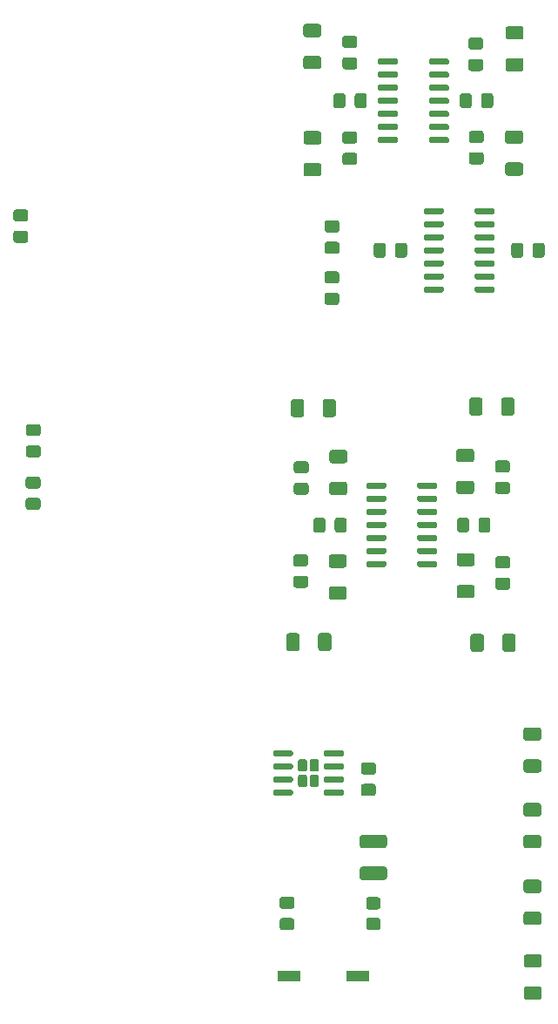
<source format=gbr>
%TF.GenerationSoftware,KiCad,Pcbnew,(5.1.10)-1*%
%TF.CreationDate,2021-10-30T12:19:22-04:00*%
%TF.ProjectId,Processor Board,50726f63-6573-4736-9f72-20426f617264,rev?*%
%TF.SameCoordinates,Original*%
%TF.FileFunction,Paste,Top*%
%TF.FilePolarity,Positive*%
%FSLAX46Y46*%
G04 Gerber Fmt 4.6, Leading zero omitted, Abs format (unit mm)*
G04 Created by KiCad (PCBNEW (5.1.10)-1) date 2021-10-30 12:19:22*
%MOMM*%
%LPD*%
G01*
G04 APERTURE LIST*
%ADD10R,2.160000X1.120000*%
G04 APERTURE END LIST*
%TO.C,C1*%
G36*
G01*
X87980500Y-73030500D02*
X88930500Y-73030500D01*
G75*
G02*
X89180500Y-73280500I0J-250000D01*
G01*
X89180500Y-73955500D01*
G75*
G02*
X88930500Y-74205500I-250000J0D01*
G01*
X87980500Y-74205500D01*
G75*
G02*
X87730500Y-73955500I0J250000D01*
G01*
X87730500Y-73280500D01*
G75*
G02*
X87980500Y-73030500I250000J0D01*
G01*
G37*
G36*
G01*
X87980500Y-70955500D02*
X88930500Y-70955500D01*
G75*
G02*
X89180500Y-71205500I0J-250000D01*
G01*
X89180500Y-71880500D01*
G75*
G02*
X88930500Y-72130500I-250000J0D01*
G01*
X87980500Y-72130500D01*
G75*
G02*
X87730500Y-71880500I0J250000D01*
G01*
X87730500Y-71205500D01*
G75*
G02*
X87980500Y-70955500I250000J0D01*
G01*
G37*
%TD*%
%TO.C,C2*%
G36*
G01*
X88905100Y-79167300D02*
X87955100Y-79167300D01*
G75*
G02*
X87705100Y-78917300I0J250000D01*
G01*
X87705100Y-78242300D01*
G75*
G02*
X87955100Y-77992300I250000J0D01*
G01*
X88905100Y-77992300D01*
G75*
G02*
X89155100Y-78242300I0J-250000D01*
G01*
X89155100Y-78917300D01*
G75*
G02*
X88905100Y-79167300I-250000J0D01*
G01*
G37*
G36*
G01*
X88905100Y-77092300D02*
X87955100Y-77092300D01*
G75*
G02*
X87705100Y-76842300I0J250000D01*
G01*
X87705100Y-76167300D01*
G75*
G02*
X87955100Y-75917300I250000J0D01*
G01*
X88905100Y-75917300D01*
G75*
G02*
X89155100Y-76167300I0J-250000D01*
G01*
X89155100Y-76842300D01*
G75*
G02*
X88905100Y-77092300I-250000J0D01*
G01*
G37*
%TD*%
%TO.C,C3*%
G36*
G01*
X84549000Y-137838940D02*
X83599000Y-137838940D01*
G75*
G02*
X83349000Y-137588940I0J250000D01*
G01*
X83349000Y-136913940D01*
G75*
G02*
X83599000Y-136663940I250000J0D01*
G01*
X84549000Y-136663940D01*
G75*
G02*
X84799000Y-136913940I0J-250000D01*
G01*
X84799000Y-137588940D01*
G75*
G02*
X84549000Y-137838940I-250000J0D01*
G01*
G37*
G36*
G01*
X84549000Y-139913940D02*
X83599000Y-139913940D01*
G75*
G02*
X83349000Y-139663940I0J250000D01*
G01*
X83349000Y-138988940D01*
G75*
G02*
X83599000Y-138738940I250000J0D01*
G01*
X84549000Y-138738940D01*
G75*
G02*
X84799000Y-138988940I0J-250000D01*
G01*
X84799000Y-139663940D01*
G75*
G02*
X84549000Y-139913940I-250000J0D01*
G01*
G37*
%TD*%
%TO.C,C5*%
G36*
G01*
X102688900Y-101033600D02*
X102688900Y-100083600D01*
G75*
G02*
X102938900Y-99833600I250000J0D01*
G01*
X103613900Y-99833600D01*
G75*
G02*
X103863900Y-100083600I0J-250000D01*
G01*
X103863900Y-101033600D01*
G75*
G02*
X103613900Y-101283600I-250000J0D01*
G01*
X102938900Y-101283600D01*
G75*
G02*
X102688900Y-101033600I0J250000D01*
G01*
G37*
G36*
G01*
X100613900Y-101033600D02*
X100613900Y-100083600D01*
G75*
G02*
X100863900Y-99833600I250000J0D01*
G01*
X101538900Y-99833600D01*
G75*
G02*
X101788900Y-100083600I0J-250000D01*
G01*
X101788900Y-101033600D01*
G75*
G02*
X101538900Y-101283600I-250000J0D01*
G01*
X100863900Y-101283600D01*
G75*
G02*
X100613900Y-101033600I0J250000D01*
G01*
G37*
%TD*%
%TO.C,C7*%
G36*
G01*
X92463640Y-126881380D02*
X91513640Y-126881380D01*
G75*
G02*
X91263640Y-126631380I0J250000D01*
G01*
X91263640Y-125956380D01*
G75*
G02*
X91513640Y-125706380I250000J0D01*
G01*
X92463640Y-125706380D01*
G75*
G02*
X92713640Y-125956380I0J-250000D01*
G01*
X92713640Y-126631380D01*
G75*
G02*
X92463640Y-126881380I-250000J0D01*
G01*
G37*
G36*
G01*
X92463640Y-124806380D02*
X91513640Y-124806380D01*
G75*
G02*
X91263640Y-124556380I0J250000D01*
G01*
X91263640Y-123881380D01*
G75*
G02*
X91513640Y-123631380I250000J0D01*
G01*
X92463640Y-123631380D01*
G75*
G02*
X92713640Y-123881380I0J-250000D01*
G01*
X92713640Y-124556380D01*
G75*
G02*
X92463640Y-124806380I-250000J0D01*
G01*
G37*
%TD*%
%TO.C,C9*%
G36*
G01*
X86631200Y-101046300D02*
X86631200Y-100096300D01*
G75*
G02*
X86881200Y-99846300I250000J0D01*
G01*
X87556200Y-99846300D01*
G75*
G02*
X87806200Y-100096300I0J-250000D01*
G01*
X87806200Y-101046300D01*
G75*
G02*
X87556200Y-101296300I-250000J0D01*
G01*
X86881200Y-101296300D01*
G75*
G02*
X86631200Y-101046300I0J250000D01*
G01*
G37*
G36*
G01*
X88706200Y-101046300D02*
X88706200Y-100096300D01*
G75*
G02*
X88956200Y-99846300I250000J0D01*
G01*
X89631200Y-99846300D01*
G75*
G02*
X89881200Y-100096300I0J-250000D01*
G01*
X89881200Y-101046300D01*
G75*
G02*
X89631200Y-101296300I-250000J0D01*
G01*
X88956200Y-101296300D01*
G75*
G02*
X88706200Y-101046300I0J250000D01*
G01*
G37*
%TD*%
%TO.C,C10*%
G36*
G01*
X58930520Y-92818460D02*
X59880520Y-92818460D01*
G75*
G02*
X60130520Y-93068460I0J-250000D01*
G01*
X60130520Y-93743460D01*
G75*
G02*
X59880520Y-93993460I-250000J0D01*
G01*
X58930520Y-93993460D01*
G75*
G02*
X58680520Y-93743460I0J250000D01*
G01*
X58680520Y-93068460D01*
G75*
G02*
X58930520Y-92818460I250000J0D01*
G01*
G37*
G36*
G01*
X58930520Y-90743460D02*
X59880520Y-90743460D01*
G75*
G02*
X60130520Y-90993460I0J-250000D01*
G01*
X60130520Y-91668460D01*
G75*
G02*
X59880520Y-91918460I-250000J0D01*
G01*
X58930520Y-91918460D01*
G75*
G02*
X58680520Y-91668460I0J250000D01*
G01*
X58680520Y-90993460D01*
G75*
G02*
X58930520Y-90743460I250000J0D01*
G01*
G37*
%TD*%
%TO.C,C11*%
G36*
G01*
X90650080Y-56287160D02*
X89700080Y-56287160D01*
G75*
G02*
X89450080Y-56037160I0J250000D01*
G01*
X89450080Y-55362160D01*
G75*
G02*
X89700080Y-55112160I250000J0D01*
G01*
X90650080Y-55112160D01*
G75*
G02*
X90900080Y-55362160I0J-250000D01*
G01*
X90900080Y-56037160D01*
G75*
G02*
X90650080Y-56287160I-250000J0D01*
G01*
G37*
G36*
G01*
X90650080Y-54212160D02*
X89700080Y-54212160D01*
G75*
G02*
X89450080Y-53962160I0J250000D01*
G01*
X89450080Y-53287160D01*
G75*
G02*
X89700080Y-53037160I250000J0D01*
G01*
X90650080Y-53037160D01*
G75*
G02*
X90900080Y-53287160I0J-250000D01*
G01*
X90900080Y-53962160D01*
G75*
G02*
X90650080Y-54212160I-250000J0D01*
G01*
G37*
%TD*%
%TO.C,C12*%
G36*
G01*
X89700080Y-64400760D02*
X90650080Y-64400760D01*
G75*
G02*
X90900080Y-64650760I0J-250000D01*
G01*
X90900080Y-65325760D01*
G75*
G02*
X90650080Y-65575760I-250000J0D01*
G01*
X89700080Y-65575760D01*
G75*
G02*
X89450080Y-65325760I0J250000D01*
G01*
X89450080Y-64650760D01*
G75*
G02*
X89700080Y-64400760I250000J0D01*
G01*
G37*
G36*
G01*
X89700080Y-62325760D02*
X90650080Y-62325760D01*
G75*
G02*
X90900080Y-62575760I0J-250000D01*
G01*
X90900080Y-63250760D01*
G75*
G02*
X90650080Y-63500760I-250000J0D01*
G01*
X89700080Y-63500760D01*
G75*
G02*
X89450080Y-63250760I0J250000D01*
G01*
X89450080Y-62575760D01*
G75*
G02*
X89700080Y-62325760I250000J0D01*
G01*
G37*
%TD*%
%TO.C,C13*%
G36*
G01*
X102006380Y-62262260D02*
X102956380Y-62262260D01*
G75*
G02*
X103206380Y-62512260I0J-250000D01*
G01*
X103206380Y-63187260D01*
G75*
G02*
X102956380Y-63437260I-250000J0D01*
G01*
X102006380Y-63437260D01*
G75*
G02*
X101756380Y-63187260I0J250000D01*
G01*
X101756380Y-62512260D01*
G75*
G02*
X102006380Y-62262260I250000J0D01*
G01*
G37*
G36*
G01*
X102006380Y-64337260D02*
X102956380Y-64337260D01*
G75*
G02*
X103206380Y-64587260I0J-250000D01*
G01*
X103206380Y-65262260D01*
G75*
G02*
X102956380Y-65512260I-250000J0D01*
G01*
X102006380Y-65512260D01*
G75*
G02*
X101756380Y-65262260I0J250000D01*
G01*
X101756380Y-64587260D01*
G75*
G02*
X102006380Y-64337260I250000J0D01*
G01*
G37*
%TD*%
%TO.C,C14*%
G36*
G01*
X102947980Y-59806860D02*
X102947980Y-58856860D01*
G75*
G02*
X103197980Y-58606860I250000J0D01*
G01*
X103872980Y-58606860D01*
G75*
G02*
X104122980Y-58856860I0J-250000D01*
G01*
X104122980Y-59806860D01*
G75*
G02*
X103872980Y-60056860I-250000J0D01*
G01*
X103197980Y-60056860D01*
G75*
G02*
X102947980Y-59806860I0J250000D01*
G01*
G37*
G36*
G01*
X100872980Y-59806860D02*
X100872980Y-58856860D01*
G75*
G02*
X101122980Y-58606860I250000J0D01*
G01*
X101797980Y-58606860D01*
G75*
G02*
X102047980Y-58856860I0J-250000D01*
G01*
X102047980Y-59806860D01*
G75*
G02*
X101797980Y-60056860I-250000J0D01*
G01*
X101122980Y-60056860D01*
G75*
G02*
X100872980Y-59806860I0J250000D01*
G01*
G37*
%TD*%
%TO.C,C15*%
G36*
G01*
X91829380Y-58856860D02*
X91829380Y-59806860D01*
G75*
G02*
X91579380Y-60056860I-250000J0D01*
G01*
X90904380Y-60056860D01*
G75*
G02*
X90654380Y-59806860I0J250000D01*
G01*
X90654380Y-58856860D01*
G75*
G02*
X90904380Y-58606860I250000J0D01*
G01*
X91579380Y-58606860D01*
G75*
G02*
X91829380Y-58856860I0J-250000D01*
G01*
G37*
G36*
G01*
X89754380Y-58856860D02*
X89754380Y-59806860D01*
G75*
G02*
X89504380Y-60056860I-250000J0D01*
G01*
X88829380Y-60056860D01*
G75*
G02*
X88579380Y-59806860I0J250000D01*
G01*
X88579380Y-58856860D01*
G75*
G02*
X88829380Y-58606860I250000J0D01*
G01*
X89504380Y-58606860D01*
G75*
G02*
X89754380Y-58856860I0J-250000D01*
G01*
G37*
%TD*%
%TO.C,C16*%
G36*
G01*
X102905580Y-56452260D02*
X101955580Y-56452260D01*
G75*
G02*
X101705580Y-56202260I0J250000D01*
G01*
X101705580Y-55527260D01*
G75*
G02*
X101955580Y-55277260I250000J0D01*
G01*
X102905580Y-55277260D01*
G75*
G02*
X103155580Y-55527260I0J-250000D01*
G01*
X103155580Y-56202260D01*
G75*
G02*
X102905580Y-56452260I-250000J0D01*
G01*
G37*
G36*
G01*
X102905580Y-54377260D02*
X101955580Y-54377260D01*
G75*
G02*
X101705580Y-54127260I0J250000D01*
G01*
X101705580Y-53452260D01*
G75*
G02*
X101955580Y-53202260I250000J0D01*
G01*
X102905580Y-53202260D01*
G75*
G02*
X103155580Y-53452260I0J-250000D01*
G01*
X103155580Y-54127260D01*
G75*
G02*
X102905580Y-54377260I-250000J0D01*
G01*
G37*
%TD*%
%TO.C,C17*%
G36*
G01*
X107954140Y-74343280D02*
X107954140Y-73393280D01*
G75*
G02*
X108204140Y-73143280I250000J0D01*
G01*
X108879140Y-73143280D01*
G75*
G02*
X109129140Y-73393280I0J-250000D01*
G01*
X109129140Y-74343280D01*
G75*
G02*
X108879140Y-74593280I-250000J0D01*
G01*
X108204140Y-74593280D01*
G75*
G02*
X107954140Y-74343280I0J250000D01*
G01*
G37*
G36*
G01*
X105879140Y-74343280D02*
X105879140Y-73393280D01*
G75*
G02*
X106129140Y-73143280I250000J0D01*
G01*
X106804140Y-73143280D01*
G75*
G02*
X107054140Y-73393280I0J-250000D01*
G01*
X107054140Y-74343280D01*
G75*
G02*
X106804140Y-74593280I-250000J0D01*
G01*
X106129140Y-74593280D01*
G75*
G02*
X105879140Y-74343280I0J250000D01*
G01*
G37*
%TD*%
%TO.C,C18*%
G36*
G01*
X95756220Y-73393280D02*
X95756220Y-74343280D01*
G75*
G02*
X95506220Y-74593280I-250000J0D01*
G01*
X94831220Y-74593280D01*
G75*
G02*
X94581220Y-74343280I0J250000D01*
G01*
X94581220Y-73393280D01*
G75*
G02*
X94831220Y-73143280I250000J0D01*
G01*
X95506220Y-73143280D01*
G75*
G02*
X95756220Y-73393280I0J-250000D01*
G01*
G37*
G36*
G01*
X93681220Y-73393280D02*
X93681220Y-74343280D01*
G75*
G02*
X93431220Y-74593280I-250000J0D01*
G01*
X92756220Y-74593280D01*
G75*
G02*
X92506220Y-74343280I0J250000D01*
G01*
X92506220Y-73393280D01*
G75*
G02*
X92756220Y-73143280I250000J0D01*
G01*
X93431220Y-73143280D01*
G75*
G02*
X93681220Y-73393280I0J-250000D01*
G01*
G37*
%TD*%
%TO.C,C19*%
G36*
G01*
X84983300Y-96440500D02*
X85933300Y-96440500D01*
G75*
G02*
X86183300Y-96690500I0J-250000D01*
G01*
X86183300Y-97365500D01*
G75*
G02*
X85933300Y-97615500I-250000J0D01*
G01*
X84983300Y-97615500D01*
G75*
G02*
X84733300Y-97365500I0J250000D01*
G01*
X84733300Y-96690500D01*
G75*
G02*
X84983300Y-96440500I250000J0D01*
G01*
G37*
G36*
G01*
X84983300Y-94365500D02*
X85933300Y-94365500D01*
G75*
G02*
X86183300Y-94615500I0J-250000D01*
G01*
X86183300Y-95290500D01*
G75*
G02*
X85933300Y-95540500I-250000J0D01*
G01*
X84983300Y-95540500D01*
G75*
G02*
X84733300Y-95290500I0J250000D01*
G01*
X84733300Y-94615500D01*
G75*
G02*
X84983300Y-94365500I250000J0D01*
G01*
G37*
%TD*%
%TO.C,C20*%
G36*
G01*
X85882500Y-106662800D02*
X84932500Y-106662800D01*
G75*
G02*
X84682500Y-106412800I0J250000D01*
G01*
X84682500Y-105737800D01*
G75*
G02*
X84932500Y-105487800I250000J0D01*
G01*
X85882500Y-105487800D01*
G75*
G02*
X86132500Y-105737800I0J-250000D01*
G01*
X86132500Y-106412800D01*
G75*
G02*
X85882500Y-106662800I-250000J0D01*
G01*
G37*
G36*
G01*
X85882500Y-104587800D02*
X84932500Y-104587800D01*
G75*
G02*
X84682500Y-104337800I0J250000D01*
G01*
X84682500Y-103662800D01*
G75*
G02*
X84932500Y-103412800I250000J0D01*
G01*
X85882500Y-103412800D01*
G75*
G02*
X86132500Y-103662800I0J-250000D01*
G01*
X86132500Y-104337800D01*
G75*
G02*
X85882500Y-104587800I-250000J0D01*
G01*
G37*
%TD*%
%TO.C,C21*%
G36*
G01*
X105529400Y-106840600D02*
X104579400Y-106840600D01*
G75*
G02*
X104329400Y-106590600I0J250000D01*
G01*
X104329400Y-105915600D01*
G75*
G02*
X104579400Y-105665600I250000J0D01*
G01*
X105529400Y-105665600D01*
G75*
G02*
X105779400Y-105915600I0J-250000D01*
G01*
X105779400Y-106590600D01*
G75*
G02*
X105529400Y-106840600I-250000J0D01*
G01*
G37*
G36*
G01*
X105529400Y-104765600D02*
X104579400Y-104765600D01*
G75*
G02*
X104329400Y-104515600I0J250000D01*
G01*
X104329400Y-103840600D01*
G75*
G02*
X104579400Y-103590600I250000J0D01*
G01*
X105529400Y-103590600D01*
G75*
G02*
X105779400Y-103840600I0J-250000D01*
G01*
X105779400Y-104515600D01*
G75*
G02*
X105529400Y-104765600I-250000J0D01*
G01*
G37*
%TD*%
%TO.C,C22*%
G36*
G01*
X104554000Y-96364300D02*
X105504000Y-96364300D01*
G75*
G02*
X105754000Y-96614300I0J-250000D01*
G01*
X105754000Y-97289300D01*
G75*
G02*
X105504000Y-97539300I-250000J0D01*
G01*
X104554000Y-97539300D01*
G75*
G02*
X104304000Y-97289300I0J250000D01*
G01*
X104304000Y-96614300D01*
G75*
G02*
X104554000Y-96364300I250000J0D01*
G01*
G37*
G36*
G01*
X104554000Y-94289300D02*
X105504000Y-94289300D01*
G75*
G02*
X105754000Y-94539300I0J-250000D01*
G01*
X105754000Y-95214300D01*
G75*
G02*
X105504000Y-95464300I-250000J0D01*
G01*
X104554000Y-95464300D01*
G75*
G02*
X104304000Y-95214300I0J250000D01*
G01*
X104304000Y-94539300D01*
G75*
G02*
X104554000Y-94289300I250000J0D01*
G01*
G37*
%TD*%
%TO.C,C23*%
G36*
G01*
X58651160Y-71066240D02*
X57701160Y-71066240D01*
G75*
G02*
X57451160Y-70816240I0J250000D01*
G01*
X57451160Y-70141240D01*
G75*
G02*
X57701160Y-69891240I250000J0D01*
G01*
X58651160Y-69891240D01*
G75*
G02*
X58901160Y-70141240I0J-250000D01*
G01*
X58901160Y-70816240D01*
G75*
G02*
X58651160Y-71066240I-250000J0D01*
G01*
G37*
G36*
G01*
X58651160Y-73141240D02*
X57701160Y-73141240D01*
G75*
G02*
X57451160Y-72891240I0J250000D01*
G01*
X57451160Y-72216240D01*
G75*
G02*
X57701160Y-71966240I250000J0D01*
G01*
X58651160Y-71966240D01*
G75*
G02*
X58901160Y-72216240I0J-250000D01*
G01*
X58901160Y-72891240D01*
G75*
G02*
X58651160Y-73141240I-250000J0D01*
G01*
G37*
%TD*%
%TO.C,C24*%
G36*
G01*
X59850040Y-99098860D02*
X58900040Y-99098860D01*
G75*
G02*
X58650040Y-98848860I0J250000D01*
G01*
X58650040Y-98173860D01*
G75*
G02*
X58900040Y-97923860I250000J0D01*
G01*
X59850040Y-97923860D01*
G75*
G02*
X60100040Y-98173860I0J-250000D01*
G01*
X60100040Y-98848860D01*
G75*
G02*
X59850040Y-99098860I-250000J0D01*
G01*
G37*
G36*
G01*
X59850040Y-97023860D02*
X58900040Y-97023860D01*
G75*
G02*
X58650040Y-96773860I0J250000D01*
G01*
X58650040Y-96098860D01*
G75*
G02*
X58900040Y-95848860I250000J0D01*
G01*
X59850040Y-95848860D01*
G75*
G02*
X60100040Y-96098860I0J-250000D01*
G01*
X60100040Y-96773860D01*
G75*
G02*
X59850040Y-97023860I-250000J0D01*
G01*
G37*
%TD*%
%TO.C,R1*%
G36*
G01*
X92016159Y-136702240D02*
X92916161Y-136702240D01*
G75*
G02*
X93166160Y-136952239I0J-249999D01*
G01*
X93166160Y-137652241D01*
G75*
G02*
X92916161Y-137902240I-249999J0D01*
G01*
X92016159Y-137902240D01*
G75*
G02*
X91766160Y-137652241I0J249999D01*
G01*
X91766160Y-136952239D01*
G75*
G02*
X92016159Y-136702240I249999J0D01*
G01*
G37*
G36*
G01*
X92016159Y-138702240D02*
X92916161Y-138702240D01*
G75*
G02*
X93166160Y-138952239I0J-249999D01*
G01*
X93166160Y-139652241D01*
G75*
G02*
X92916161Y-139902240I-249999J0D01*
G01*
X92016159Y-139902240D01*
G75*
G02*
X91766160Y-139652241I0J249999D01*
G01*
X91766160Y-138952239D01*
G75*
G02*
X92016159Y-138702240I249999J0D01*
G01*
G37*
%TD*%
%TO.C,R2*%
G36*
G01*
X93546240Y-135047680D02*
X91396240Y-135047680D01*
G75*
G02*
X91146240Y-134797680I0J250000D01*
G01*
X91146240Y-133997680D01*
G75*
G02*
X91396240Y-133747680I250000J0D01*
G01*
X93546240Y-133747680D01*
G75*
G02*
X93796240Y-133997680I0J-250000D01*
G01*
X93796240Y-134797680D01*
G75*
G02*
X93546240Y-135047680I-250000J0D01*
G01*
G37*
G36*
G01*
X93546240Y-131947680D02*
X91396240Y-131947680D01*
G75*
G02*
X91146240Y-131697680I0J250000D01*
G01*
X91146240Y-130897680D01*
G75*
G02*
X91396240Y-130647680I250000J0D01*
G01*
X93546240Y-130647680D01*
G75*
G02*
X93796240Y-130897680I0J-250000D01*
G01*
X93796240Y-131697680D01*
G75*
G02*
X93546240Y-131947680I-250000J0D01*
G01*
G37*
%TD*%
%TO.C,R3*%
G36*
G01*
X87155180Y-53174660D02*
X85905180Y-53174660D01*
G75*
G02*
X85655180Y-52924660I0J250000D01*
G01*
X85655180Y-52124660D01*
G75*
G02*
X85905180Y-51874660I250000J0D01*
G01*
X87155180Y-51874660D01*
G75*
G02*
X87405180Y-52124660I0J-250000D01*
G01*
X87405180Y-52924660D01*
G75*
G02*
X87155180Y-53174660I-250000J0D01*
G01*
G37*
G36*
G01*
X87155180Y-56274660D02*
X85905180Y-56274660D01*
G75*
G02*
X85655180Y-56024660I0J250000D01*
G01*
X85655180Y-55224660D01*
G75*
G02*
X85905180Y-54974660I250000J0D01*
G01*
X87155180Y-54974660D01*
G75*
G02*
X87405180Y-55224660I0J-250000D01*
G01*
X87405180Y-56024660D01*
G75*
G02*
X87155180Y-56274660I-250000J0D01*
G01*
G37*
%TD*%
%TO.C,R4*%
G36*
G01*
X85917880Y-62288660D02*
X87167880Y-62288660D01*
G75*
G02*
X87417880Y-62538660I0J-250000D01*
G01*
X87417880Y-63338660D01*
G75*
G02*
X87167880Y-63588660I-250000J0D01*
G01*
X85917880Y-63588660D01*
G75*
G02*
X85667880Y-63338660I0J250000D01*
G01*
X85667880Y-62538660D01*
G75*
G02*
X85917880Y-62288660I250000J0D01*
G01*
G37*
G36*
G01*
X85917880Y-65388660D02*
X87167880Y-65388660D01*
G75*
G02*
X87417880Y-65638660I0J-250000D01*
G01*
X87417880Y-66438660D01*
G75*
G02*
X87167880Y-66688660I-250000J0D01*
G01*
X85917880Y-66688660D01*
G75*
G02*
X85667880Y-66438660I0J250000D01*
G01*
X85667880Y-65638660D01*
G75*
G02*
X85917880Y-65388660I250000J0D01*
G01*
G37*
%TD*%
%TO.C,R5*%
G36*
G01*
X105539380Y-65325160D02*
X106789380Y-65325160D01*
G75*
G02*
X107039380Y-65575160I0J-250000D01*
G01*
X107039380Y-66375160D01*
G75*
G02*
X106789380Y-66625160I-250000J0D01*
G01*
X105539380Y-66625160D01*
G75*
G02*
X105289380Y-66375160I0J250000D01*
G01*
X105289380Y-65575160D01*
G75*
G02*
X105539380Y-65325160I250000J0D01*
G01*
G37*
G36*
G01*
X105539380Y-62225160D02*
X106789380Y-62225160D01*
G75*
G02*
X107039380Y-62475160I0J-250000D01*
G01*
X107039380Y-63275160D01*
G75*
G02*
X106789380Y-63525160I-250000J0D01*
G01*
X105539380Y-63525160D01*
G75*
G02*
X105289380Y-63275160I0J250000D01*
G01*
X105289380Y-62475160D01*
G75*
G02*
X105539380Y-62225160I250000J0D01*
G01*
G37*
%TD*%
%TO.C,R6*%
G36*
G01*
X106827480Y-56490560D02*
X105577480Y-56490560D01*
G75*
G02*
X105327480Y-56240560I0J250000D01*
G01*
X105327480Y-55440560D01*
G75*
G02*
X105577480Y-55190560I250000J0D01*
G01*
X106827480Y-55190560D01*
G75*
G02*
X107077480Y-55440560I0J-250000D01*
G01*
X107077480Y-56240560D01*
G75*
G02*
X106827480Y-56490560I-250000J0D01*
G01*
G37*
G36*
G01*
X106827480Y-53390560D02*
X105577480Y-53390560D01*
G75*
G02*
X105327480Y-53140560I0J250000D01*
G01*
X105327480Y-52340560D01*
G75*
G02*
X105577480Y-52090560I250000J0D01*
G01*
X106827480Y-52090560D01*
G75*
G02*
X107077480Y-52340560I0J-250000D01*
G01*
X107077480Y-53140560D01*
G75*
G02*
X106827480Y-53390560I-250000J0D01*
G01*
G37*
%TD*%
%TO.C,R7*%
G36*
G01*
X107350400Y-145361900D02*
X108600400Y-145361900D01*
G75*
G02*
X108850400Y-145611900I0J-250000D01*
G01*
X108850400Y-146411900D01*
G75*
G02*
X108600400Y-146661900I-250000J0D01*
G01*
X107350400Y-146661900D01*
G75*
G02*
X107100400Y-146411900I0J250000D01*
G01*
X107100400Y-145611900D01*
G75*
G02*
X107350400Y-145361900I250000J0D01*
G01*
G37*
G36*
G01*
X107350400Y-142261900D02*
X108600400Y-142261900D01*
G75*
G02*
X108850400Y-142511900I0J-250000D01*
G01*
X108850400Y-143311900D01*
G75*
G02*
X108600400Y-143561900I-250000J0D01*
G01*
X107350400Y-143561900D01*
G75*
G02*
X107100400Y-143311900I0J250000D01*
G01*
X107100400Y-142511900D01*
G75*
G02*
X107350400Y-142261900I250000J0D01*
G01*
G37*
%TD*%
%TO.C,R8*%
G36*
G01*
X107325000Y-135011400D02*
X108575000Y-135011400D01*
G75*
G02*
X108825000Y-135261400I0J-250000D01*
G01*
X108825000Y-136061400D01*
G75*
G02*
X108575000Y-136311400I-250000J0D01*
G01*
X107325000Y-136311400D01*
G75*
G02*
X107075000Y-136061400I0J250000D01*
G01*
X107075000Y-135261400D01*
G75*
G02*
X107325000Y-135011400I250000J0D01*
G01*
G37*
G36*
G01*
X107325000Y-138111400D02*
X108575000Y-138111400D01*
G75*
G02*
X108825000Y-138361400I0J-250000D01*
G01*
X108825000Y-139161400D01*
G75*
G02*
X108575000Y-139411400I-250000J0D01*
G01*
X107325000Y-139411400D01*
G75*
G02*
X107075000Y-139161400I0J250000D01*
G01*
X107075000Y-138361400D01*
G75*
G02*
X107325000Y-138111400I250000J0D01*
G01*
G37*
%TD*%
%TO.C,R9*%
G36*
G01*
X107312300Y-130668000D02*
X108562300Y-130668000D01*
G75*
G02*
X108812300Y-130918000I0J-250000D01*
G01*
X108812300Y-131718000D01*
G75*
G02*
X108562300Y-131968000I-250000J0D01*
G01*
X107312300Y-131968000D01*
G75*
G02*
X107062300Y-131718000I0J250000D01*
G01*
X107062300Y-130918000D01*
G75*
G02*
X107312300Y-130668000I250000J0D01*
G01*
G37*
G36*
G01*
X107312300Y-127568000D02*
X108562300Y-127568000D01*
G75*
G02*
X108812300Y-127818000I0J-250000D01*
G01*
X108812300Y-128618000D01*
G75*
G02*
X108562300Y-128868000I-250000J0D01*
G01*
X107312300Y-128868000D01*
G75*
G02*
X107062300Y-128618000I0J250000D01*
G01*
X107062300Y-127818000D01*
G75*
G02*
X107312300Y-127568000I250000J0D01*
G01*
G37*
%TD*%
%TO.C,R10*%
G36*
G01*
X107312300Y-120215900D02*
X108562300Y-120215900D01*
G75*
G02*
X108812300Y-120465900I0J-250000D01*
G01*
X108812300Y-121265900D01*
G75*
G02*
X108562300Y-121515900I-250000J0D01*
G01*
X107312300Y-121515900D01*
G75*
G02*
X107062300Y-121265900I0J250000D01*
G01*
X107062300Y-120465900D01*
G75*
G02*
X107312300Y-120215900I250000J0D01*
G01*
G37*
G36*
G01*
X107312300Y-123315900D02*
X108562300Y-123315900D01*
G75*
G02*
X108812300Y-123565900I0J-250000D01*
G01*
X108812300Y-124365900D01*
G75*
G02*
X108562300Y-124615900I-250000J0D01*
G01*
X107312300Y-124615900D01*
G75*
G02*
X107062300Y-124365900I0J250000D01*
G01*
X107062300Y-123565900D01*
G75*
G02*
X107312300Y-123315900I250000J0D01*
G01*
G37*
%TD*%
%TO.C,R11*%
G36*
G01*
X88440100Y-96352600D02*
X89690100Y-96352600D01*
G75*
G02*
X89940100Y-96602600I0J-250000D01*
G01*
X89940100Y-97402600D01*
G75*
G02*
X89690100Y-97652600I-250000J0D01*
G01*
X88440100Y-97652600D01*
G75*
G02*
X88190100Y-97402600I0J250000D01*
G01*
X88190100Y-96602600D01*
G75*
G02*
X88440100Y-96352600I250000J0D01*
G01*
G37*
G36*
G01*
X88440100Y-93252600D02*
X89690100Y-93252600D01*
G75*
G02*
X89940100Y-93502600I0J-250000D01*
G01*
X89940100Y-94302600D01*
G75*
G02*
X89690100Y-94552600I-250000J0D01*
G01*
X88440100Y-94552600D01*
G75*
G02*
X88190100Y-94302600I0J250000D01*
G01*
X88190100Y-93502600D01*
G75*
G02*
X88440100Y-93252600I250000J0D01*
G01*
G37*
%TD*%
%TO.C,R12*%
G36*
G01*
X89626600Y-104713800D02*
X88376600Y-104713800D01*
G75*
G02*
X88126600Y-104463800I0J250000D01*
G01*
X88126600Y-103663800D01*
G75*
G02*
X88376600Y-103413800I250000J0D01*
G01*
X89626600Y-103413800D01*
G75*
G02*
X89876600Y-103663800I0J-250000D01*
G01*
X89876600Y-104463800D01*
G75*
G02*
X89626600Y-104713800I-250000J0D01*
G01*
G37*
G36*
G01*
X89626600Y-107813800D02*
X88376600Y-107813800D01*
G75*
G02*
X88126600Y-107563800I0J250000D01*
G01*
X88126600Y-106763800D01*
G75*
G02*
X88376600Y-106513800I250000J0D01*
G01*
X89626600Y-106513800D01*
G75*
G02*
X89876600Y-106763800I0J-250000D01*
G01*
X89876600Y-107563800D01*
G75*
G02*
X89626600Y-107813800I-250000J0D01*
G01*
G37*
%TD*%
%TO.C,R13*%
G36*
G01*
X102077680Y-107670360D02*
X100827680Y-107670360D01*
G75*
G02*
X100577680Y-107420360I0J250000D01*
G01*
X100577680Y-106620360D01*
G75*
G02*
X100827680Y-106370360I250000J0D01*
G01*
X102077680Y-106370360D01*
G75*
G02*
X102327680Y-106620360I0J-250000D01*
G01*
X102327680Y-107420360D01*
G75*
G02*
X102077680Y-107670360I-250000J0D01*
G01*
G37*
G36*
G01*
X102077680Y-104570360D02*
X100827680Y-104570360D01*
G75*
G02*
X100577680Y-104320360I0J250000D01*
G01*
X100577680Y-103520360D01*
G75*
G02*
X100827680Y-103270360I250000J0D01*
G01*
X102077680Y-103270360D01*
G75*
G02*
X102327680Y-103520360I0J-250000D01*
G01*
X102327680Y-104320360D01*
G75*
G02*
X102077680Y-104570360I-250000J0D01*
G01*
G37*
%TD*%
%TO.C,R14*%
G36*
G01*
X100771800Y-93151000D02*
X102021800Y-93151000D01*
G75*
G02*
X102271800Y-93401000I0J-250000D01*
G01*
X102271800Y-94201000D01*
G75*
G02*
X102021800Y-94451000I-250000J0D01*
G01*
X100771800Y-94451000D01*
G75*
G02*
X100521800Y-94201000I0J250000D01*
G01*
X100521800Y-93401000D01*
G75*
G02*
X100771800Y-93151000I250000J0D01*
G01*
G37*
G36*
G01*
X100771800Y-96251000D02*
X102021800Y-96251000D01*
G75*
G02*
X102271800Y-96501000I0J-250000D01*
G01*
X102271800Y-97301000D01*
G75*
G02*
X102021800Y-97551000I-250000J0D01*
G01*
X100771800Y-97551000D01*
G75*
G02*
X100521800Y-97301000I0J250000D01*
G01*
X100521800Y-96501000D01*
G75*
G02*
X100771800Y-96251000I250000J0D01*
G01*
G37*
%TD*%
%TO.C,R15*%
G36*
G01*
X88843880Y-88569640D02*
X88843880Y-89819640D01*
G75*
G02*
X88593880Y-90069640I-250000J0D01*
G01*
X87793880Y-90069640D01*
G75*
G02*
X87543880Y-89819640I0J250000D01*
G01*
X87543880Y-88569640D01*
G75*
G02*
X87793880Y-88319640I250000J0D01*
G01*
X88593880Y-88319640D01*
G75*
G02*
X88843880Y-88569640I0J-250000D01*
G01*
G37*
G36*
G01*
X85743880Y-88569640D02*
X85743880Y-89819640D01*
G75*
G02*
X85493880Y-90069640I-250000J0D01*
G01*
X84693880Y-90069640D01*
G75*
G02*
X84443880Y-89819640I0J250000D01*
G01*
X84443880Y-88569640D01*
G75*
G02*
X84693880Y-88319640I250000J0D01*
G01*
X85493880Y-88319640D01*
G75*
G02*
X85743880Y-88569640I0J-250000D01*
G01*
G37*
%TD*%
%TO.C,R16*%
G36*
G01*
X88401920Y-111302640D02*
X88401920Y-112552640D01*
G75*
G02*
X88151920Y-112802640I-250000J0D01*
G01*
X87351920Y-112802640D01*
G75*
G02*
X87101920Y-112552640I0J250000D01*
G01*
X87101920Y-111302640D01*
G75*
G02*
X87351920Y-111052640I250000J0D01*
G01*
X88151920Y-111052640D01*
G75*
G02*
X88401920Y-111302640I0J-250000D01*
G01*
G37*
G36*
G01*
X85301920Y-111302640D02*
X85301920Y-112552640D01*
G75*
G02*
X85051920Y-112802640I-250000J0D01*
G01*
X84251920Y-112802640D01*
G75*
G02*
X84001920Y-112552640I0J250000D01*
G01*
X84001920Y-111302640D01*
G75*
G02*
X84251920Y-111052640I250000J0D01*
G01*
X85051920Y-111052640D01*
G75*
G02*
X85301920Y-111302640I0J-250000D01*
G01*
G37*
%TD*%
%TO.C,R17*%
G36*
G01*
X105019080Y-112623760D02*
X105019080Y-111373760D01*
G75*
G02*
X105269080Y-111123760I250000J0D01*
G01*
X106069080Y-111123760D01*
G75*
G02*
X106319080Y-111373760I0J-250000D01*
G01*
X106319080Y-112623760D01*
G75*
G02*
X106069080Y-112873760I-250000J0D01*
G01*
X105269080Y-112873760D01*
G75*
G02*
X105019080Y-112623760I0J250000D01*
G01*
G37*
G36*
G01*
X101919080Y-112623760D02*
X101919080Y-111373760D01*
G75*
G02*
X102169080Y-111123760I250000J0D01*
G01*
X102969080Y-111123760D01*
G75*
G02*
X103219080Y-111373760I0J-250000D01*
G01*
X103219080Y-112623760D01*
G75*
G02*
X102969080Y-112873760I-250000J0D01*
G01*
X102169080Y-112873760D01*
G75*
G02*
X101919080Y-112623760I0J250000D01*
G01*
G37*
%TD*%
%TO.C,R18*%
G36*
G01*
X101787000Y-89677400D02*
X101787000Y-88427400D01*
G75*
G02*
X102037000Y-88177400I250000J0D01*
G01*
X102837000Y-88177400D01*
G75*
G02*
X103087000Y-88427400I0J-250000D01*
G01*
X103087000Y-89677400D01*
G75*
G02*
X102837000Y-89927400I-250000J0D01*
G01*
X102037000Y-89927400D01*
G75*
G02*
X101787000Y-89677400I0J250000D01*
G01*
G37*
G36*
G01*
X104887000Y-89677400D02*
X104887000Y-88427400D01*
G75*
G02*
X105137000Y-88177400I250000J0D01*
G01*
X105937000Y-88177400D01*
G75*
G02*
X106187000Y-88427400I0J-250000D01*
G01*
X106187000Y-89677400D01*
G75*
G02*
X105937000Y-89927400I-250000J0D01*
G01*
X105137000Y-89927400D01*
G75*
G02*
X104887000Y-89677400I0J250000D01*
G01*
G37*
%TD*%
D10*
%TO.C,SW1*%
X84232480Y-144363440D03*
X90962480Y-144363440D03*
%TD*%
%TO.C,U1*%
G36*
G01*
X91774600Y-96873200D02*
X91774600Y-96573200D01*
G75*
G02*
X91924600Y-96423200I150000J0D01*
G01*
X93574600Y-96423200D01*
G75*
G02*
X93724600Y-96573200I0J-150000D01*
G01*
X93724600Y-96873200D01*
G75*
G02*
X93574600Y-97023200I-150000J0D01*
G01*
X91924600Y-97023200D01*
G75*
G02*
X91774600Y-96873200I0J150000D01*
G01*
G37*
G36*
G01*
X91774600Y-98143200D02*
X91774600Y-97843200D01*
G75*
G02*
X91924600Y-97693200I150000J0D01*
G01*
X93574600Y-97693200D01*
G75*
G02*
X93724600Y-97843200I0J-150000D01*
G01*
X93724600Y-98143200D01*
G75*
G02*
X93574600Y-98293200I-150000J0D01*
G01*
X91924600Y-98293200D01*
G75*
G02*
X91774600Y-98143200I0J150000D01*
G01*
G37*
G36*
G01*
X91774600Y-99413200D02*
X91774600Y-99113200D01*
G75*
G02*
X91924600Y-98963200I150000J0D01*
G01*
X93574600Y-98963200D01*
G75*
G02*
X93724600Y-99113200I0J-150000D01*
G01*
X93724600Y-99413200D01*
G75*
G02*
X93574600Y-99563200I-150000J0D01*
G01*
X91924600Y-99563200D01*
G75*
G02*
X91774600Y-99413200I0J150000D01*
G01*
G37*
G36*
G01*
X91774600Y-100683200D02*
X91774600Y-100383200D01*
G75*
G02*
X91924600Y-100233200I150000J0D01*
G01*
X93574600Y-100233200D01*
G75*
G02*
X93724600Y-100383200I0J-150000D01*
G01*
X93724600Y-100683200D01*
G75*
G02*
X93574600Y-100833200I-150000J0D01*
G01*
X91924600Y-100833200D01*
G75*
G02*
X91774600Y-100683200I0J150000D01*
G01*
G37*
G36*
G01*
X91774600Y-101953200D02*
X91774600Y-101653200D01*
G75*
G02*
X91924600Y-101503200I150000J0D01*
G01*
X93574600Y-101503200D01*
G75*
G02*
X93724600Y-101653200I0J-150000D01*
G01*
X93724600Y-101953200D01*
G75*
G02*
X93574600Y-102103200I-150000J0D01*
G01*
X91924600Y-102103200D01*
G75*
G02*
X91774600Y-101953200I0J150000D01*
G01*
G37*
G36*
G01*
X91774600Y-103223200D02*
X91774600Y-102923200D01*
G75*
G02*
X91924600Y-102773200I150000J0D01*
G01*
X93574600Y-102773200D01*
G75*
G02*
X93724600Y-102923200I0J-150000D01*
G01*
X93724600Y-103223200D01*
G75*
G02*
X93574600Y-103373200I-150000J0D01*
G01*
X91924600Y-103373200D01*
G75*
G02*
X91774600Y-103223200I0J150000D01*
G01*
G37*
G36*
G01*
X91774600Y-104493200D02*
X91774600Y-104193200D01*
G75*
G02*
X91924600Y-104043200I150000J0D01*
G01*
X93574600Y-104043200D01*
G75*
G02*
X93724600Y-104193200I0J-150000D01*
G01*
X93724600Y-104493200D01*
G75*
G02*
X93574600Y-104643200I-150000J0D01*
G01*
X91924600Y-104643200D01*
G75*
G02*
X91774600Y-104493200I0J150000D01*
G01*
G37*
G36*
G01*
X96724600Y-104493200D02*
X96724600Y-104193200D01*
G75*
G02*
X96874600Y-104043200I150000J0D01*
G01*
X98524600Y-104043200D01*
G75*
G02*
X98674600Y-104193200I0J-150000D01*
G01*
X98674600Y-104493200D01*
G75*
G02*
X98524600Y-104643200I-150000J0D01*
G01*
X96874600Y-104643200D01*
G75*
G02*
X96724600Y-104493200I0J150000D01*
G01*
G37*
G36*
G01*
X96724600Y-103223200D02*
X96724600Y-102923200D01*
G75*
G02*
X96874600Y-102773200I150000J0D01*
G01*
X98524600Y-102773200D01*
G75*
G02*
X98674600Y-102923200I0J-150000D01*
G01*
X98674600Y-103223200D01*
G75*
G02*
X98524600Y-103373200I-150000J0D01*
G01*
X96874600Y-103373200D01*
G75*
G02*
X96724600Y-103223200I0J150000D01*
G01*
G37*
G36*
G01*
X96724600Y-101953200D02*
X96724600Y-101653200D01*
G75*
G02*
X96874600Y-101503200I150000J0D01*
G01*
X98524600Y-101503200D01*
G75*
G02*
X98674600Y-101653200I0J-150000D01*
G01*
X98674600Y-101953200D01*
G75*
G02*
X98524600Y-102103200I-150000J0D01*
G01*
X96874600Y-102103200D01*
G75*
G02*
X96724600Y-101953200I0J150000D01*
G01*
G37*
G36*
G01*
X96724600Y-100683200D02*
X96724600Y-100383200D01*
G75*
G02*
X96874600Y-100233200I150000J0D01*
G01*
X98524600Y-100233200D01*
G75*
G02*
X98674600Y-100383200I0J-150000D01*
G01*
X98674600Y-100683200D01*
G75*
G02*
X98524600Y-100833200I-150000J0D01*
G01*
X96874600Y-100833200D01*
G75*
G02*
X96724600Y-100683200I0J150000D01*
G01*
G37*
G36*
G01*
X96724600Y-99413200D02*
X96724600Y-99113200D01*
G75*
G02*
X96874600Y-98963200I150000J0D01*
G01*
X98524600Y-98963200D01*
G75*
G02*
X98674600Y-99113200I0J-150000D01*
G01*
X98674600Y-99413200D01*
G75*
G02*
X98524600Y-99563200I-150000J0D01*
G01*
X96874600Y-99563200D01*
G75*
G02*
X96724600Y-99413200I0J150000D01*
G01*
G37*
G36*
G01*
X96724600Y-98143200D02*
X96724600Y-97843200D01*
G75*
G02*
X96874600Y-97693200I150000J0D01*
G01*
X98524600Y-97693200D01*
G75*
G02*
X98674600Y-97843200I0J-150000D01*
G01*
X98674600Y-98143200D01*
G75*
G02*
X98524600Y-98293200I-150000J0D01*
G01*
X96874600Y-98293200D01*
G75*
G02*
X96724600Y-98143200I0J150000D01*
G01*
G37*
G36*
G01*
X96724600Y-96873200D02*
X96724600Y-96573200D01*
G75*
G02*
X96874600Y-96423200I150000J0D01*
G01*
X98524600Y-96423200D01*
G75*
G02*
X98674600Y-96573200I0J-150000D01*
G01*
X98674600Y-96873200D01*
G75*
G02*
X98524600Y-97023200I-150000J0D01*
G01*
X96874600Y-97023200D01*
G75*
G02*
X96724600Y-96873200I0J150000D01*
G01*
G37*
%TD*%
%TO.C,U2*%
G36*
G01*
X97376800Y-70203200D02*
X97376800Y-69903200D01*
G75*
G02*
X97526800Y-69753200I150000J0D01*
G01*
X99176800Y-69753200D01*
G75*
G02*
X99326800Y-69903200I0J-150000D01*
G01*
X99326800Y-70203200D01*
G75*
G02*
X99176800Y-70353200I-150000J0D01*
G01*
X97526800Y-70353200D01*
G75*
G02*
X97376800Y-70203200I0J150000D01*
G01*
G37*
G36*
G01*
X97376800Y-71473200D02*
X97376800Y-71173200D01*
G75*
G02*
X97526800Y-71023200I150000J0D01*
G01*
X99176800Y-71023200D01*
G75*
G02*
X99326800Y-71173200I0J-150000D01*
G01*
X99326800Y-71473200D01*
G75*
G02*
X99176800Y-71623200I-150000J0D01*
G01*
X97526800Y-71623200D01*
G75*
G02*
X97376800Y-71473200I0J150000D01*
G01*
G37*
G36*
G01*
X97376800Y-72743200D02*
X97376800Y-72443200D01*
G75*
G02*
X97526800Y-72293200I150000J0D01*
G01*
X99176800Y-72293200D01*
G75*
G02*
X99326800Y-72443200I0J-150000D01*
G01*
X99326800Y-72743200D01*
G75*
G02*
X99176800Y-72893200I-150000J0D01*
G01*
X97526800Y-72893200D01*
G75*
G02*
X97376800Y-72743200I0J150000D01*
G01*
G37*
G36*
G01*
X97376800Y-74013200D02*
X97376800Y-73713200D01*
G75*
G02*
X97526800Y-73563200I150000J0D01*
G01*
X99176800Y-73563200D01*
G75*
G02*
X99326800Y-73713200I0J-150000D01*
G01*
X99326800Y-74013200D01*
G75*
G02*
X99176800Y-74163200I-150000J0D01*
G01*
X97526800Y-74163200D01*
G75*
G02*
X97376800Y-74013200I0J150000D01*
G01*
G37*
G36*
G01*
X97376800Y-75283200D02*
X97376800Y-74983200D01*
G75*
G02*
X97526800Y-74833200I150000J0D01*
G01*
X99176800Y-74833200D01*
G75*
G02*
X99326800Y-74983200I0J-150000D01*
G01*
X99326800Y-75283200D01*
G75*
G02*
X99176800Y-75433200I-150000J0D01*
G01*
X97526800Y-75433200D01*
G75*
G02*
X97376800Y-75283200I0J150000D01*
G01*
G37*
G36*
G01*
X97376800Y-76553200D02*
X97376800Y-76253200D01*
G75*
G02*
X97526800Y-76103200I150000J0D01*
G01*
X99176800Y-76103200D01*
G75*
G02*
X99326800Y-76253200I0J-150000D01*
G01*
X99326800Y-76553200D01*
G75*
G02*
X99176800Y-76703200I-150000J0D01*
G01*
X97526800Y-76703200D01*
G75*
G02*
X97376800Y-76553200I0J150000D01*
G01*
G37*
G36*
G01*
X97376800Y-77823200D02*
X97376800Y-77523200D01*
G75*
G02*
X97526800Y-77373200I150000J0D01*
G01*
X99176800Y-77373200D01*
G75*
G02*
X99326800Y-77523200I0J-150000D01*
G01*
X99326800Y-77823200D01*
G75*
G02*
X99176800Y-77973200I-150000J0D01*
G01*
X97526800Y-77973200D01*
G75*
G02*
X97376800Y-77823200I0J150000D01*
G01*
G37*
G36*
G01*
X102326800Y-77823200D02*
X102326800Y-77523200D01*
G75*
G02*
X102476800Y-77373200I150000J0D01*
G01*
X104126800Y-77373200D01*
G75*
G02*
X104276800Y-77523200I0J-150000D01*
G01*
X104276800Y-77823200D01*
G75*
G02*
X104126800Y-77973200I-150000J0D01*
G01*
X102476800Y-77973200D01*
G75*
G02*
X102326800Y-77823200I0J150000D01*
G01*
G37*
G36*
G01*
X102326800Y-76553200D02*
X102326800Y-76253200D01*
G75*
G02*
X102476800Y-76103200I150000J0D01*
G01*
X104126800Y-76103200D01*
G75*
G02*
X104276800Y-76253200I0J-150000D01*
G01*
X104276800Y-76553200D01*
G75*
G02*
X104126800Y-76703200I-150000J0D01*
G01*
X102476800Y-76703200D01*
G75*
G02*
X102326800Y-76553200I0J150000D01*
G01*
G37*
G36*
G01*
X102326800Y-75283200D02*
X102326800Y-74983200D01*
G75*
G02*
X102476800Y-74833200I150000J0D01*
G01*
X104126800Y-74833200D01*
G75*
G02*
X104276800Y-74983200I0J-150000D01*
G01*
X104276800Y-75283200D01*
G75*
G02*
X104126800Y-75433200I-150000J0D01*
G01*
X102476800Y-75433200D01*
G75*
G02*
X102326800Y-75283200I0J150000D01*
G01*
G37*
G36*
G01*
X102326800Y-74013200D02*
X102326800Y-73713200D01*
G75*
G02*
X102476800Y-73563200I150000J0D01*
G01*
X104126800Y-73563200D01*
G75*
G02*
X104276800Y-73713200I0J-150000D01*
G01*
X104276800Y-74013200D01*
G75*
G02*
X104126800Y-74163200I-150000J0D01*
G01*
X102476800Y-74163200D01*
G75*
G02*
X102326800Y-74013200I0J150000D01*
G01*
G37*
G36*
G01*
X102326800Y-72743200D02*
X102326800Y-72443200D01*
G75*
G02*
X102476800Y-72293200I150000J0D01*
G01*
X104126800Y-72293200D01*
G75*
G02*
X104276800Y-72443200I0J-150000D01*
G01*
X104276800Y-72743200D01*
G75*
G02*
X104126800Y-72893200I-150000J0D01*
G01*
X102476800Y-72893200D01*
G75*
G02*
X102326800Y-72743200I0J150000D01*
G01*
G37*
G36*
G01*
X102326800Y-71473200D02*
X102326800Y-71173200D01*
G75*
G02*
X102476800Y-71023200I150000J0D01*
G01*
X104126800Y-71023200D01*
G75*
G02*
X104276800Y-71173200I0J-150000D01*
G01*
X104276800Y-71473200D01*
G75*
G02*
X104126800Y-71623200I-150000J0D01*
G01*
X102476800Y-71623200D01*
G75*
G02*
X102326800Y-71473200I0J150000D01*
G01*
G37*
G36*
G01*
X102326800Y-70203200D02*
X102326800Y-69903200D01*
G75*
G02*
X102476800Y-69753200I150000J0D01*
G01*
X104126800Y-69753200D01*
G75*
G02*
X104276800Y-69903200I0J-150000D01*
G01*
X104276800Y-70203200D01*
G75*
G02*
X104126800Y-70353200I-150000J0D01*
G01*
X102476800Y-70353200D01*
G75*
G02*
X102326800Y-70203200I0J150000D01*
G01*
G37*
%TD*%
%TO.C,U3*%
G36*
G01*
X97872680Y-55671860D02*
X97872680Y-55371860D01*
G75*
G02*
X98022680Y-55221860I150000J0D01*
G01*
X99672680Y-55221860D01*
G75*
G02*
X99822680Y-55371860I0J-150000D01*
G01*
X99822680Y-55671860D01*
G75*
G02*
X99672680Y-55821860I-150000J0D01*
G01*
X98022680Y-55821860D01*
G75*
G02*
X97872680Y-55671860I0J150000D01*
G01*
G37*
G36*
G01*
X97872680Y-56941860D02*
X97872680Y-56641860D01*
G75*
G02*
X98022680Y-56491860I150000J0D01*
G01*
X99672680Y-56491860D01*
G75*
G02*
X99822680Y-56641860I0J-150000D01*
G01*
X99822680Y-56941860D01*
G75*
G02*
X99672680Y-57091860I-150000J0D01*
G01*
X98022680Y-57091860D01*
G75*
G02*
X97872680Y-56941860I0J150000D01*
G01*
G37*
G36*
G01*
X97872680Y-58211860D02*
X97872680Y-57911860D01*
G75*
G02*
X98022680Y-57761860I150000J0D01*
G01*
X99672680Y-57761860D01*
G75*
G02*
X99822680Y-57911860I0J-150000D01*
G01*
X99822680Y-58211860D01*
G75*
G02*
X99672680Y-58361860I-150000J0D01*
G01*
X98022680Y-58361860D01*
G75*
G02*
X97872680Y-58211860I0J150000D01*
G01*
G37*
G36*
G01*
X97872680Y-59481860D02*
X97872680Y-59181860D01*
G75*
G02*
X98022680Y-59031860I150000J0D01*
G01*
X99672680Y-59031860D01*
G75*
G02*
X99822680Y-59181860I0J-150000D01*
G01*
X99822680Y-59481860D01*
G75*
G02*
X99672680Y-59631860I-150000J0D01*
G01*
X98022680Y-59631860D01*
G75*
G02*
X97872680Y-59481860I0J150000D01*
G01*
G37*
G36*
G01*
X97872680Y-60751860D02*
X97872680Y-60451860D01*
G75*
G02*
X98022680Y-60301860I150000J0D01*
G01*
X99672680Y-60301860D01*
G75*
G02*
X99822680Y-60451860I0J-150000D01*
G01*
X99822680Y-60751860D01*
G75*
G02*
X99672680Y-60901860I-150000J0D01*
G01*
X98022680Y-60901860D01*
G75*
G02*
X97872680Y-60751860I0J150000D01*
G01*
G37*
G36*
G01*
X97872680Y-62021860D02*
X97872680Y-61721860D01*
G75*
G02*
X98022680Y-61571860I150000J0D01*
G01*
X99672680Y-61571860D01*
G75*
G02*
X99822680Y-61721860I0J-150000D01*
G01*
X99822680Y-62021860D01*
G75*
G02*
X99672680Y-62171860I-150000J0D01*
G01*
X98022680Y-62171860D01*
G75*
G02*
X97872680Y-62021860I0J150000D01*
G01*
G37*
G36*
G01*
X97872680Y-63291860D02*
X97872680Y-62991860D01*
G75*
G02*
X98022680Y-62841860I150000J0D01*
G01*
X99672680Y-62841860D01*
G75*
G02*
X99822680Y-62991860I0J-150000D01*
G01*
X99822680Y-63291860D01*
G75*
G02*
X99672680Y-63441860I-150000J0D01*
G01*
X98022680Y-63441860D01*
G75*
G02*
X97872680Y-63291860I0J150000D01*
G01*
G37*
G36*
G01*
X92922680Y-63291860D02*
X92922680Y-62991860D01*
G75*
G02*
X93072680Y-62841860I150000J0D01*
G01*
X94722680Y-62841860D01*
G75*
G02*
X94872680Y-62991860I0J-150000D01*
G01*
X94872680Y-63291860D01*
G75*
G02*
X94722680Y-63441860I-150000J0D01*
G01*
X93072680Y-63441860D01*
G75*
G02*
X92922680Y-63291860I0J150000D01*
G01*
G37*
G36*
G01*
X92922680Y-62021860D02*
X92922680Y-61721860D01*
G75*
G02*
X93072680Y-61571860I150000J0D01*
G01*
X94722680Y-61571860D01*
G75*
G02*
X94872680Y-61721860I0J-150000D01*
G01*
X94872680Y-62021860D01*
G75*
G02*
X94722680Y-62171860I-150000J0D01*
G01*
X93072680Y-62171860D01*
G75*
G02*
X92922680Y-62021860I0J150000D01*
G01*
G37*
G36*
G01*
X92922680Y-60751860D02*
X92922680Y-60451860D01*
G75*
G02*
X93072680Y-60301860I150000J0D01*
G01*
X94722680Y-60301860D01*
G75*
G02*
X94872680Y-60451860I0J-150000D01*
G01*
X94872680Y-60751860D01*
G75*
G02*
X94722680Y-60901860I-150000J0D01*
G01*
X93072680Y-60901860D01*
G75*
G02*
X92922680Y-60751860I0J150000D01*
G01*
G37*
G36*
G01*
X92922680Y-59481860D02*
X92922680Y-59181860D01*
G75*
G02*
X93072680Y-59031860I150000J0D01*
G01*
X94722680Y-59031860D01*
G75*
G02*
X94872680Y-59181860I0J-150000D01*
G01*
X94872680Y-59481860D01*
G75*
G02*
X94722680Y-59631860I-150000J0D01*
G01*
X93072680Y-59631860D01*
G75*
G02*
X92922680Y-59481860I0J150000D01*
G01*
G37*
G36*
G01*
X92922680Y-58211860D02*
X92922680Y-57911860D01*
G75*
G02*
X93072680Y-57761860I150000J0D01*
G01*
X94722680Y-57761860D01*
G75*
G02*
X94872680Y-57911860I0J-150000D01*
G01*
X94872680Y-58211860D01*
G75*
G02*
X94722680Y-58361860I-150000J0D01*
G01*
X93072680Y-58361860D01*
G75*
G02*
X92922680Y-58211860I0J150000D01*
G01*
G37*
G36*
G01*
X92922680Y-56941860D02*
X92922680Y-56641860D01*
G75*
G02*
X93072680Y-56491860I150000J0D01*
G01*
X94722680Y-56491860D01*
G75*
G02*
X94872680Y-56641860I0J-150000D01*
G01*
X94872680Y-56941860D01*
G75*
G02*
X94722680Y-57091860I-150000J0D01*
G01*
X93072680Y-57091860D01*
G75*
G02*
X92922680Y-56941860I0J150000D01*
G01*
G37*
G36*
G01*
X92922680Y-55671860D02*
X92922680Y-55371860D01*
G75*
G02*
X93072680Y-55221860I150000J0D01*
G01*
X94722680Y-55221860D01*
G75*
G02*
X94872680Y-55371860I0J-150000D01*
G01*
X94872680Y-55671860D01*
G75*
G02*
X94722680Y-55821860I-150000J0D01*
G01*
X93072680Y-55821860D01*
G75*
G02*
X92922680Y-55671860I0J150000D01*
G01*
G37*
%TD*%
%TO.C,U5*%
G36*
G01*
X89601720Y-126415660D02*
X89601720Y-126715660D01*
G75*
G02*
X89451720Y-126865660I-150000J0D01*
G01*
X87801720Y-126865660D01*
G75*
G02*
X87651720Y-126715660I0J150000D01*
G01*
X87651720Y-126415660D01*
G75*
G02*
X87801720Y-126265660I150000J0D01*
G01*
X89451720Y-126265660D01*
G75*
G02*
X89601720Y-126415660I0J-150000D01*
G01*
G37*
G36*
G01*
X89601720Y-125145660D02*
X89601720Y-125445660D01*
G75*
G02*
X89451720Y-125595660I-150000J0D01*
G01*
X87801720Y-125595660D01*
G75*
G02*
X87651720Y-125445660I0J150000D01*
G01*
X87651720Y-125145660D01*
G75*
G02*
X87801720Y-124995660I150000J0D01*
G01*
X89451720Y-124995660D01*
G75*
G02*
X89601720Y-125145660I0J-150000D01*
G01*
G37*
G36*
G01*
X89601720Y-123875660D02*
X89601720Y-124175660D01*
G75*
G02*
X89451720Y-124325660I-150000J0D01*
G01*
X87801720Y-124325660D01*
G75*
G02*
X87651720Y-124175660I0J150000D01*
G01*
X87651720Y-123875660D01*
G75*
G02*
X87801720Y-123725660I150000J0D01*
G01*
X89451720Y-123725660D01*
G75*
G02*
X89601720Y-123875660I0J-150000D01*
G01*
G37*
G36*
G01*
X89601720Y-122605660D02*
X89601720Y-122905660D01*
G75*
G02*
X89451720Y-123055660I-150000J0D01*
G01*
X87801720Y-123055660D01*
G75*
G02*
X87651720Y-122905660I0J150000D01*
G01*
X87651720Y-122605660D01*
G75*
G02*
X87801720Y-122455660I150000J0D01*
G01*
X89451720Y-122455660D01*
G75*
G02*
X89601720Y-122605660I0J-150000D01*
G01*
G37*
G36*
G01*
X84651720Y-122605660D02*
X84651720Y-122905660D01*
G75*
G02*
X84501720Y-123055660I-150000J0D01*
G01*
X82851720Y-123055660D01*
G75*
G02*
X82701720Y-122905660I0J150000D01*
G01*
X82701720Y-122605660D01*
G75*
G02*
X82851720Y-122455660I150000J0D01*
G01*
X84501720Y-122455660D01*
G75*
G02*
X84651720Y-122605660I0J-150000D01*
G01*
G37*
G36*
G01*
X84651720Y-123875660D02*
X84651720Y-124175660D01*
G75*
G02*
X84501720Y-124325660I-150000J0D01*
G01*
X82851720Y-124325660D01*
G75*
G02*
X82701720Y-124175660I0J150000D01*
G01*
X82701720Y-123875660D01*
G75*
G02*
X82851720Y-123725660I150000J0D01*
G01*
X84501720Y-123725660D01*
G75*
G02*
X84651720Y-123875660I0J-150000D01*
G01*
G37*
G36*
G01*
X84651720Y-125145660D02*
X84651720Y-125445660D01*
G75*
G02*
X84501720Y-125595660I-150000J0D01*
G01*
X82851720Y-125595660D01*
G75*
G02*
X82701720Y-125445660I0J150000D01*
G01*
X82701720Y-125145660D01*
G75*
G02*
X82851720Y-124995660I150000J0D01*
G01*
X84501720Y-124995660D01*
G75*
G02*
X84651720Y-125145660I0J-150000D01*
G01*
G37*
G36*
G01*
X84651720Y-126415660D02*
X84651720Y-126715660D01*
G75*
G02*
X84501720Y-126865660I-150000J0D01*
G01*
X82851720Y-126865660D01*
G75*
G02*
X82701720Y-126715660I0J150000D01*
G01*
X82701720Y-126415660D01*
G75*
G02*
X82851720Y-126265660I150000J0D01*
G01*
X84501720Y-126265660D01*
G75*
G02*
X84651720Y-126415660I0J-150000D01*
G01*
G37*
G36*
G01*
X87181720Y-125035660D02*
X87181720Y-125785660D01*
G75*
G02*
X86951720Y-126015660I-230000J0D01*
G01*
X86491720Y-126015660D01*
G75*
G02*
X86261720Y-125785660I0J230000D01*
G01*
X86261720Y-125035660D01*
G75*
G02*
X86491720Y-124805660I230000J0D01*
G01*
X86951720Y-124805660D01*
G75*
G02*
X87181720Y-125035660I0J-230000D01*
G01*
G37*
G36*
G01*
X87181720Y-123535660D02*
X87181720Y-124285660D01*
G75*
G02*
X86951720Y-124515660I-230000J0D01*
G01*
X86491720Y-124515660D01*
G75*
G02*
X86261720Y-124285660I0J230000D01*
G01*
X86261720Y-123535660D01*
G75*
G02*
X86491720Y-123305660I230000J0D01*
G01*
X86951720Y-123305660D01*
G75*
G02*
X87181720Y-123535660I0J-230000D01*
G01*
G37*
G36*
G01*
X86041720Y-125035660D02*
X86041720Y-125785660D01*
G75*
G02*
X85811720Y-126015660I-230000J0D01*
G01*
X85351720Y-126015660D01*
G75*
G02*
X85121720Y-125785660I0J230000D01*
G01*
X85121720Y-125035660D01*
G75*
G02*
X85351720Y-124805660I230000J0D01*
G01*
X85811720Y-124805660D01*
G75*
G02*
X86041720Y-125035660I0J-230000D01*
G01*
G37*
G36*
G01*
X86041720Y-123535660D02*
X86041720Y-124285660D01*
G75*
G02*
X85811720Y-124515660I-230000J0D01*
G01*
X85351720Y-124515660D01*
G75*
G02*
X85121720Y-124285660I0J230000D01*
G01*
X85121720Y-123535660D01*
G75*
G02*
X85351720Y-123305660I230000J0D01*
G01*
X85811720Y-123305660D01*
G75*
G02*
X86041720Y-123535660I0J-230000D01*
G01*
G37*
%TD*%
M02*

</source>
